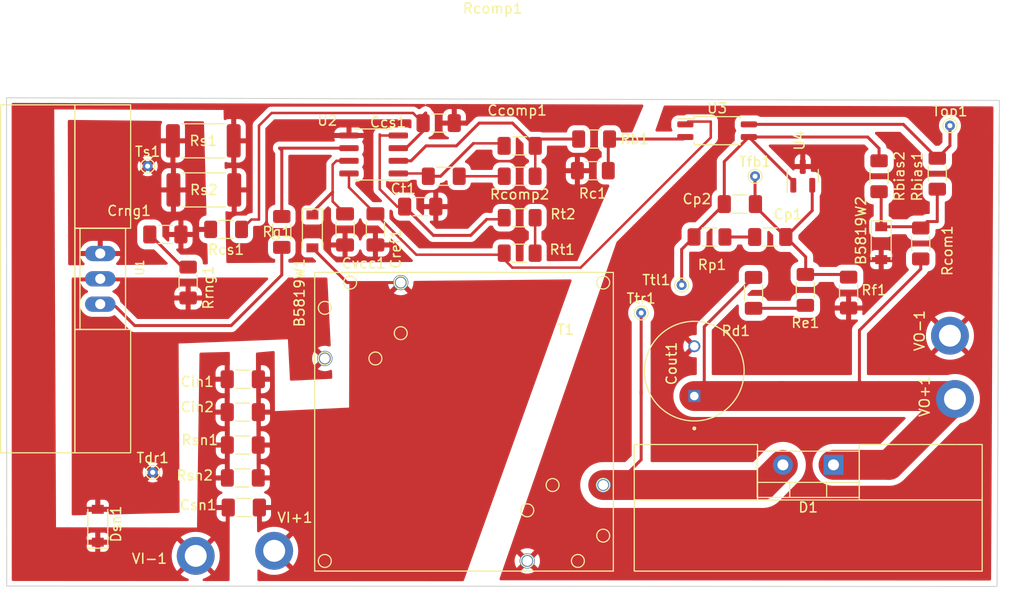
<source format=kicad_pcb>
(kicad_pcb (version 20211014) (generator pcbnew)
  (layers (0 "F.Cu" signal) (31 "B.Cu" signal) (34 "B.Paste" user) (35 "F.Paste" user) (36 "B.SilkS" user "B.Silkscreen") (37 "F.SilkS" user "F.Silkscreen") (38 "B.Mask" user) (39 "F.Mask" user) (44 "Edge.Cuts" user))
  (net 0 "")
  (net 1 "/CVCC")
  (net 2 "Vin")
  (net 3 "Net-(B5819W2-Pad1)")
  (net 4 "GND")
  (net 5 "Net-(Ccomp1-Pad1)")
  (net 6 "Net-(Ccomp1-Pad2)")
  (net 7 "Net-(Ccs1-Pad1)")
  (net 8 "Vout+")
  (net 9 "Vout-")
  (net 10 "Net-(Cp1-Pad1)")
  (net 11 "Net-(Cp1-Pad2)")
  (net 12 "Net-(Cp2-Pad2)")
  (net 13 "Net-(Cref1-Pad1)")
  (net 14 "Net-(Ct1-Pad1)")
  (net 15 "Net-(D1-Pad2)")
  (net 16 "Vdr")
  (net 17 "Net-(Rb1-Pad1)")
  (net 18 "Net-(Rbias1-Pad2)")
  (net 19 "Net-(Rcomp1-Pad1)")
  (net 20 "Vs")
  (net 21 "Net-(Rd1-Pad2)")
  (net 22 "Net-(Rg1-Pad1)")
  (net 23 "Net-(Rt1-Pad2)")
  (net 24 "Net-(Rg1-Pad2)")
  (net 25 "Net-(Rrng1-Pad2)")
  (footprint "MountingHole:MountingHole_2.2mm_M2_DIN965_Pad" (layer "F.Cu") (at 103.378 125.984)
    (fp_text reference "VI-1" (at -4.6482 0.2794) (layer "F.SilkS"))
    (fp_text value "MountingHole_Pad")
    (pad "1" thru_hole circle (at 0 0) (size 3.8 3.8) (drill 2.2) (layers *.Cu *.Mask) (net 4 "GND"))
  )
  (footprint "IRLZ34NPBF:TO-220_with_heatsink" (layer "F.Cu") (at 93.795 98.18 90)
    (fp_text reference "U1" (at 1.1176 3.9926 90) (layer "F.SilkS") (effects (font (size 0.787402 0.787402))))
    (fp_text value "IRLZ34NPBF")
    (fp_line (start -5.08 -2.032) (end -5.08 -2.54) (layer "F.SilkS") (width 0.127))
    (fp_line (start 5.08 -2.54) (end 5.08 -2.032) (layer "F.SilkS") (width 0.127))
    (fp_line (start -5.08 2.54) (end -5.08 -2.032) (layer "F.SilkS") (width 0.127))
    (fp_line (start -5.08 -2.54) (end 5.08 -2.54) (layer "F.SilkS") (width 0.127))
    (fp_line (start 5.08 -2.032) (end 5.08 2.54) (layer "F.SilkS") (width 0.127))
    (fp_line (start -5.08 -2.032) (end 5.08 -2.032) (layer "F.SilkS") (width 0.127))
    (fp_line (start 5.08 2.54) (end -5.08 2.54) (layer "F.SilkS") (width 0.127))
    (fp_rect (start -17.46 -2.54) (end 17.46 -10) (layer "F.SilkS") (width 0.12) (fill none))
    (fp_rect (start 5.08 -2.54) (end 17.46 3.05) (layer "F.SilkS") (width 0.12) (fill none))
    (fp_rect (start -17.46 -2.54) (end -5.08 3.05) (layer "F.SilkS") (width 0.12) (fill none))
    (pad "GND" thru_hole oval (at 0 0 90) (size 1.524 3.048) (drill 1.016) (layers *.Cu *.Mask) (net 16 "Vdr"))
    (pad "IN" thru_hole oval (at -2.54 0 90) (size 1.524 3.048) (drill 1.016) (layers *.Cu *.Mask) (net 24 "Net-(Rg1-Pad2)"))
    (pad "OUT" thru_hole oval (at 2.54 0 90) (size 1.524 3.048) (drill 1.016) (layers *.Cu *.Mask) (net 20 "Vs"))
  )
  (footprint "TestPoint:TestPoint_THTPad_D1.0mm_Drill0.5mm" (layer "F.Cu") (at 179.07 82.804)
    (fp_text reference "Top1" (at 0 -1.448) (layer "F.SilkS"))
    (fp_text value "TestPoint")
    (fp_circle (center 0 0) (end 0 0.7) (layer "F.SilkS") (width 0.12) (fill none))
    (pad "1" thru_hole circle (at 0 0) (size 1 1) (drill 0.5) (layers *.Cu *.Mask) (net 18 "Net-(Rbias1-Pad2)"))
  )
  (footprint "Resistor_SMD:R_1206_3216Metric_Pad1.30x1.75mm_HandSolder" (layer "F.Cu") (at 108.1024 118.1608 180)
    (fp_text reference "Rsn2" (at 4.826 0.254) (layer "F.SilkS"))
    (fp_text value "10k")
    (fp_line (start -0.727064 0.91) (end 0.727064 0.91) (layer "F.SilkS") (width 0.12))
    (fp_line (start -0.727064 -0.91) (end 0.727064 -0.91) (layer "F.SilkS") (width 0.12))
    (pad "1" smd roundrect (at -1.55 0 180) (size 1.3 1.75) (layers "F.Cu" "F.Paste" "F.Mask") (roundrect_rratio 0.192308) (net 2 "Vin"))
    (pad "2" smd roundrect (at 1.55 0 180) (size 1.3 1.75) (layers "F.Cu" "F.Paste" "F.Mask") (roundrect_rratio 0.192308) (net 4 "GND"))
  )
  (footprint "Resistor_SMD:R_1206_3216Metric_Pad1.30x1.75mm_HandSolder" (layer "F.Cu") (at 102.616 98.552 90)
    (fp_text reference "Rrng1" (at -0.508 2.032 270) (layer "F.SilkS"))
    (fp_text value "10")
    (fp_line (start -0.727064 -0.91) (end 0.727064 -0.91) (layer "F.SilkS") (width 0.12))
    (fp_line (start -0.727064 0.91) (end 0.727064 0.91) (layer "F.SilkS") (width 0.12))
    (pad "1" smd roundrect (at -1.55 0 90) (size 1.3 1.75) (layers "F.Cu" "F.Paste" "F.Mask") (roundrect_rratio 0.192308) (net 16 "Vdr"))
    (pad "2" smd roundrect (at 1.55 0 90) (size 1.3 1.75) (layers "F.Cu" "F.Paste" "F.Mask") (roundrect_rratio 0.192308) (net 25 "Net-(Rrng1-Pad2)"))
  )
  (footprint "MountingHole:MountingHole_2.2mm_M2_DIN965_Pad" (layer "F.Cu") (at 179.578 110.236)
    (fp_text reference "VO+1" (at -3.048 -0.254 90) (layer "F.SilkS"))
    (fp_text value "MountingHole_Pad")
    (pad "1" thru_hole circle (at 0 0) (size 3.8 3.8) (drill 2.2) (layers *.Cu *.Mask) (net 8 "Vout+"))
  )
  (footprint "Resistor_SMD:R_2512_6332Metric_Pad1.40x3.35mm_HandSolder" (layer "F.Cu") (at 104.14 84.328)
    (fp_text reference "Rs1" (at 0 0) (layer "F.SilkS"))
    (fp_text value "47m")
    (fp_line (start -2.177064 1.71) (end 2.177064 1.71) (layer "F.SilkS") (width 0.12))
    (fp_line (start -2.177064 -1.71) (end 2.177064 -1.71) (layer "F.SilkS") (width 0.12))
    (pad "1" smd roundrect (at -3.05 0) (size 1.4 3.35) (layers "F.Cu" "F.Paste" "F.Mask") (roundrect_rratio 0.178571) (net 20 "Vs"))
    (pad "2" smd roundrect (at 3.05 0) (size 1.4 3.35) (layers "F.Cu" "F.Paste" "F.Mask") (roundrect_rratio 0.178571) (net 4 "GND"))
  )
  (footprint "Resistor_SMD:R_1206_3216Metric_Pad1.30x1.75mm_HandSolder" (layer "F.Cu") (at 112.014 93.472 -90)
    (fp_text reference "Rg1" (at 0 0.508) (layer "F.SilkS"))
    (fp_text value "10")
    (fp_line (start -0.727064 0.91) (end 0.727064 0.91) (layer "F.SilkS") (width 0.12))
    (fp_line (start -0.727064 -0.91) (end 0.727064 -0.91) (layer "F.SilkS") (width 0.12))
    (pad "1" smd roundrect (at -1.55 0 270) (size 1.3 1.75) (layers "F.Cu" "F.Paste" "F.Mask") (roundrect_rratio 0.192308) (net 22 "Net-(Rg1-Pad1)"))
    (pad "2" smd roundrect (at 1.55 0 270) (size 1.3 1.75) (layers "F.Cu" "F.Paste" "F.Mask") (roundrect_rratio 0.192308) (net 24 "Net-(Rg1-Pad2)"))
  )
  (footprint "Capacitor_SMD:C_1206_3216Metric_Pad1.33x1.80mm_HandSolder" (layer "F.Cu") (at 127.762 82.55)
    (fp_text reference "Ccs1" (at -5.08 -0.072) (layer "F.SilkS"))
    (fp_text value "470p")
    (fp_line (start -0.711252 0.91) (end 0.711252 0.91) (layer "F.SilkS") (width 0.12))
    (fp_line (start -0.711252 -0.91) (end 0.711252 -0.91) (layer "F.SilkS") (width 0.12))
    (pad "1" smd roundrect (at -1.5625 0) (size 1.325 1.8) (layers "F.Cu" "F.Paste" "F.Mask") (roundrect_rratio 0.188679) (net 7 "Net-(Ccs1-Pad1)"))
    (pad "2" smd roundrect (at 1.5625 0) (size 1.325 1.8) (layers "F.Cu" "F.Paste" "F.Mask") (roundrect_rratio 0.188679) (net 4 "GND"))
  )
  (footprint "Resistor_SMD:R_1206_3216Metric_Pad1.30x1.75mm_HandSolder" (layer "F.Cu") (at 108.1024 114.8588 180)
    (fp_text reference "Rsn1" (at 4.318 0.508) (layer "F.SilkS"))
    (fp_text value "10k")
    (fp_line (start -0.727064 0.91) (end 0.727064 0.91) (layer "F.SilkS") (width 0.12))
    (fp_line (start -0.727064 -0.91) (end 0.727064 -0.91) (layer "F.SilkS") (width 0.12))
    (pad "1" smd roundrect (at -1.55 0 180) (size 1.3 1.75) (layers "F.Cu" "F.Paste" "F.Mask") (roundrect_rratio 0.192308) (net 2 "Vin"))
    (pad "2" smd roundrect (at 1.55 0 180) (size 1.3 1.75) (layers "F.Cu" "F.Paste" "F.Mask") (roundrect_rratio 0.192308) (net 4 "GND"))
  )
  (footprint "Resistor_SMD:R_1206_3216Metric_Pad1.30x1.75mm_HandSolder" (layer "F.Cu") (at 135.89 87.884 180)
    (fp_text reference "Rcomp2" (at 0 -1.82) (layer "F.SilkS"))
    (fp_text value "2.2k")
    (fp_line (start -0.727064 -0.91) (end 0.727064 -0.91) (layer "F.SilkS") (width 0.12))
    (fp_line (start -0.727064 0.91) (end 0.727064 0.91) (layer "F.SilkS") (width 0.12))
    (pad "1" smd roundrect (at -1.55 0 180) (size 1.3 1.75) (layers "F.Cu" "F.Paste" "F.Mask") (roundrect_rratio 0.192308) (net 5 "Net-(Ccomp1-Pad1)"))
    (pad "2" smd roundrect (at 1.55 0 180) (size 1.3 1.75) (layers "F.Cu" "F.Paste" "F.Mask") (roundrect_rratio 0.192308) (net 19 "Net-(Rcomp1-Pad1)"))
  )
  (footprint "Package_SO:SOIC-8_3.9x4.9mm_P1.27mm" (layer "F.Cu") (at 121.2342 85.6996 180)
    (fp_text reference "U2" (at 4.6482 3.4036) (layer "F.SilkS"))
    (fp_text value "UC3843_SOIC8")
    (fp_line (start 0 2.56) (end 1.95 2.56) (layer "F.SilkS") (width 0.12))
    (fp_line (start 0 -2.56) (end 1.95 -2.56) (layer "F.SilkS") (width 0.12))
    (fp_line (start 0 -2.56) (end -3.45 -2.56) (layer "F.SilkS") (width 0.12))
    (fp_line (start 0 2.56) (end -1.95 2.56) (layer "F.SilkS") (width 0.12))
    (pad "1" smd roundrect (at -2.475 -1.905 180) (size 1.95 0.6) (layers "F.Cu" "F.Paste" "F.Mask") (net 6 "Net-(Ccomp1-Pad2)"))
    (pad "2" smd roundrect (at -2.475 -0.635 180) (size 1.95 0.6) (layers "F.Cu" "F.Paste" "F.Mask") (net 5 "Net-(Ccomp1-Pad1)"))
    (pad "3" smd roundrect (at -2.475 0.635 180) (size 1.95 0.6) (layers "F.Cu" "F.Paste" "F.Mask") (net 7 "Net-(Ccs1-Pad1)"))
    (pad "4" smd roundrect (at -2.475 1.905 180) (size 1.95 0.6) (layers "F.Cu" "F.Paste" "F.Mask") (net 14 "Net-(Ct1-Pad1)"))
    (pad "5" smd roundrect (at 2.475 1.905 180) (size 1.95 0.6) (layers "F.Cu" "F.Paste" "F.Mask") (net 4 "GND"))
    (pad "6" smd roundrect (at 2.475 0.635 180) (size 1.95 0.6) (layers "F.Cu" "F.Paste" "F.Mask") (net 22 "Net-(Rg1-Pad1)"))
    (pad "7" smd roundrect (at 2.475 -0.635 180) (size 1.95 0.6) (layers "F.Cu" "F.Paste" "F.Mask") (net 1 "/CVCC"))
    (pad "8" smd roundrect (at 2.475 -1.905 180) (size 1.95 0.6) (layers "F.Cu" "F.Paste" "F.Mask") (net 13 "Net-(Cref1-Pad1)"))
  )
  (footprint "IRLZ34NPBF:TO-220-2_Vertical" (layer "F.Cu") (at 164.846 116.8155 180)
    (fp_text reference "D1" (at 0 -4.302) (layer "F.SilkS"))
    (fp_text value "BYV79-200")
    (fp_line (start -5.12 -1.792) (end 5.12 -1.792) (layer "F.SilkS") (width 0.12))
    (fp_line (start -5.12 -3.302) (end 5.12 -3.302) (layer "F.SilkS") (width 0.12))
    (fp_line (start -1.85 -3.302) (end -1.85 -1.792) (layer "F.SilkS") (width 0.12))
    (fp_line (start 5.12 -3.302) (end 5.12 1.339) (layer "F.SilkS") (width 0.12))
    (fp_line (start -5.12 1.339) (end 5.12 1.339) (layer "F.SilkS") (width 0.12))
    (fp_line (start 1.851 -3.302) (end 1.851 -1.792) (layer "F.SilkS") (width 0.12))
    (fp_line (start -5.12 -3.302) (end -5.12 1.339) (layer "F.SilkS") (width 0.12))
    (fp_rect (start -17.46 -10.695) (end 17.46 -3.556) (layer "F.SilkS") (width 0.12) (fill none))
    (fp_rect (start 17.46 -3.556) (end 5.08 2.01) (layer "F.SilkS") (width 0.12) (fill none))
    (fp_rect (start -17.46 -3.556) (end -5.12 2.01) (layer "F.SilkS") (width 0.12) (fill none))
    (pad "1" thru_hole rect (at -2.54 -0.032 180) (size 2 2) (drill 1.1) (layers *.Cu *.Mask) (net 8 "Vout+"))
    (pad "2" thru_hole oval (at 2.54 -0.032 180) (size 2 2) (drill 1.1) (layers *.Cu *.Mask) (net 15 "Net-(D1-Pad2)"))
  )
  (footprint "Package_SO:SOP-4_4.4x2.6mm_P1.27mm" (layer "F.Cu") (at 155.702 83.312)
    (fp_text reference "U3" (at 0 -2.25) (layer "F.SilkS"))
    (fp_text value "TCMT1107")
    (fp_line (start 2.31 -1.41) (end 2.31 -1.195) (layer "F.SilkS") (width 0.12))
    (fp_line (start 0 -1.41) (end -2.31 -1.41) (layer "F.SilkS") (width 0.12))
    (fp_line (start 2.31 1.41) (end 2.31 1.195) (layer "F.SilkS") (width 0.12))
    (fp_line (start -2.31 1.41) (end -2.31 1.195) (layer "F.SilkS") (width 0.12))
    (fp_line (start 0 -1.41) (end 2.31 -1.41) (layer "F.SilkS") (width 0.12))
    (fp_line (start -2.31 -1.41) (end -2.31 -1.195) (layer "F.SilkS") (width 0.12))
    (fp_line (start -2.31 -1.195) (end -4 -1.195) (layer "F.SilkS") (width 0.12))
    (fp_line (start 0 1.41) (end -2.31 1.41) (layer "F.SilkS") (width 0.12))
    (fp_line (start 0 1.41) (end 2.31 1.41) (layer "F.SilkS") (width 0.12))
    (pad "1" smd roundrect (at -3.1875 -0.635) (size 1.625 0.6) (layers "F.Cu" "F.Paste" "F.Mask") (net 13 "Net-(Cref1-Pad1)"))
    (pad "2" smd roundrect (at -3.1875 0.635) (size 1.625 0.6) (layers "F.Cu" "F.Paste" "F.Mask") (net 17 "Net-(Rb1-Pad1)"))
    (pad "3" smd roundrect (at 3.1875 0.635) (size 1.625 0.6) (layers "F.Cu" "F.Paste" "F.Mask") (net 12 "Net-(Cp2-Pad2)"))
    (pad "4" smd roundrect (at 3.1875 -0.635) (size 1.625 0.6) (layers "F.Cu" "F.Paste" "F.Mask") (net 18 "Net-(Rbias1-Pad2)"))
  )
  (footprint "Capacitor_SMD:C_1206_3216Metric_Pad1.33x1.80mm_HandSolder" (layer "F.Cu") (at 121.412 93.218 -90)
    (fp_text reference "Cref1" (at 1.9558 -2.032 -270) (layer "F.SilkS"))
    (fp_text value "1u")
    (fp_line (start -0.711252 0.91) (end 0.711252 0.91) (layer "F.SilkS") (width 0.12))
    (fp_line (start -0.711252 -0.91) (end 0.711252 -0.91) (layer "F.SilkS") (width 0.12))
    (pad "1" smd roundrect (at -1.5625 0 270) (size 1.325 1.8) (layers "F.Cu" "F.Paste" "F.Mask") (roundrect_rratio 0.188679) (net 13 "Net-(Cref1-Pad1)"))
    (pad "2" smd roundrect (at 1.5625 0 270) (size 1.325 1.8) (layers "F.Cu" "F.Paste" "F.Mask") (roundrect_rratio 0.188679) (net 4 "GND"))
  )
  (footprint "100SXE18M:CAPPRD500W60D1000H1300" (layer "F.Cu") (at 153.416 107.442 90)
    (fp_text reference "Cout1" (at 0.762 -2.286 90) (layer "F.SilkS"))
    (fp_text value "100SXE18M")
    (fp_circle (center -5.75 0) (end -5.65 0) (layer "F.SilkS") (width 0.2) (fill none))
    (fp_circle (center 0 0) (end 5 0) (layer "F.SilkS") (width 0.127) (fill none))
    (pad "1" thru_hole rect locked (at -2.5 0 90) (size 1.2 1.2) (drill 0.85) (layers *.Cu *.Mask) (net 8 "Vout+"))
    (pad "2" thru_hole circle locked (at 2.5 0 90) (size 1.2 1.2) (drill 0.85) (layers *.Cu *.Mask) (net 9 "Vout-"))
  )
  (footprint "Capacitor_SMD:C_1206_3216Metric_Pad1.33x1.80mm_HandSolder" (layer "F.Cu") (at 100.33 93.726)
    (fp_text reference "Crng1" (at -3.642 -2.372) (layer "F.SilkS"))
    (fp_text value "470p")
    (fp_line (start -0.711252 0.91) (end 0.711252 0.91) (layer "F.SilkS") (width 0.12))
    (fp_line (start -0.711252 -0.91) (end 0.711252 -0.91) (layer "F.SilkS") (width 0.12))
    (pad "1" smd roundrect (at -1.5625 0) (size 1.325 1.8) (layers "F.Cu" "F.Paste" "F.Mask") (roundrect_rratio 0.188679) (net 25 "Net-(Rrng1-Pad2)"))
    (pad "2" smd roundrect (at 1.5625 0) (size 1.325 1.8) (layers "F.Cu" "F.Paste" "F.Mask") (roundrect_rratio 0.188679) (net 20 "Vs"))
  )
  (footprint "Capacitor_SMD:C_1206_3216Metric_Pad1.33x1.80mm_HandSolder" (layer "F.Cu") (at 157.988 90.678 180)
    (fp_text reference "Cp2" (at 4.318 0.508) (layer "F.SilkS"))
    (fp_text value "220p")
    (fp_line (start -0.711252 -0.91) (end 0.711252 -0.91) (layer "F.SilkS") (width 0.12))
    (fp_line (start -0.711252 0.91) (end 0.711252 0.91) (layer "F.SilkS") (width 0.12))
    (pad "1" smd roundrect (at -1.5625 0 180) (size 1.325 1.8) (layers "F.Cu" "F.Paste" "F.Mask") (roundrect_rratio 0.188679) (net 10 "Net-(Cp1-Pad1)"))
    (pad "2" smd roundrect (at 1.5625 0 180) (size 1.325 1.8) (layers "F.Cu" "F.Paste" "F.Mask") (roundrect_rratio 0.188679) (net 12 "Net-(Cp2-Pad2)"))
  )
  (footprint "Capacitor_SMD:C_1206_3216Metric_Pad1.33x1.80mm_HandSolder" (layer "F.Cu") (at 125.9078 90.932)
    (fp_text reference "Ct1" (at -1.7018 -1.778) (layer "F.SilkS"))
    (fp_text value "1n")
    (fp_line (start -0.711252 0.91) (end 0.711252 0.91) (layer "F.SilkS") (width 0.12))
    (fp_line (start -0.711252 -0.91) (end 0.711252 -0.91) (layer "F.SilkS") (width 0.12))
    (pad "1" smd roundrect (at -1.5625 0) (size 1.325 1.8) (layers "F.Cu" "F.Paste" "F.Mask") (roundrect_rratio 0.188679) (net 14 "Net-(Ct1-Pad1)"))
    (pad "2" smd roundrect (at 1.5625 0) (size 1.325 1.8) (layers "F.Cu" "F.Paste" "F.Mask") (roundrect_rratio 0.188679) (net 4 "GND"))
  )
  (footprint "Resistor_SMD:R_1206_3216Metric_Pad1.30x1.75mm_HandSolder" (layer "F.Cu") (at 164.56 99.29 90)
    (fp_text reference "Re1" (at -3.302 0 180) (layer "F.SilkS"))
    (fp_text value "10k")
    (fp_line (start -0.727064 -0.91) (end 0.727064 -0.91) (layer "F.SilkS") (width 0.12))
    (fp_line (start -0.727064 0.91) (end 0.727064 0.91) (layer "F.SilkS") (width 0.12))
    (pad "1" smd roundrect (at -1.55 0 90) (size 1.3 1.75) (layers "F.Cu" "F.Paste" "F.Mask") (roundrect_rratio 0.192308) (net 21 "Net-(Rd1-Pad2)"))
    (pad "2" smd roundrect (at 1.55 0 90) (size 1.3 1.75) (layers "F.Cu" "F.Paste" "F.Mask") (roundrect_rratio 0.192308) (net 10 "Net-(Cp1-Pad1)"))
  )
  (footprint "Resistor_SMD:R_1206_3216Metric_Pad1.30x1.75mm_HandSolder" (layer "F.Cu") (at 168.9 99.56 -90)
    (fp_text reference "Rf1" (at -0.246 -2.55) (layer "F.SilkS"))
    (fp_text value "4.7k")
    (fp_line (start -0.727064 -0.91) (end 0.727064 -0.91) (layer "F.SilkS") (width 0.12))
    (fp_line (start -0.727064 0.91) (end 0.727064 0.91) (layer "F.SilkS") (width 0.12))
    (pad "1" smd roundrect (at -1.55 0 270) (size 1.3 1.75) (layers "F.Cu" "F.Paste" "F.Mask") (roundrect_rratio 0.192308) (net 10 "Net-(Cp1-Pad1)"))
    (pad "2" smd roundrect (at 1.55 0 270) (size 1.3 1.75) (layers "F.Cu" "F.Paste" "F.Mask") (roundrect_rratio 0.192308) (net 9 "Vout-"))
  )
  (footprint "Resistor_SMD:R_1206_3216Metric_Pad1.30x1.75mm_HandSolder" (layer "F.Cu") (at 135.89 95.6056)
    (fp_text reference "Rt1" (at 4.2672 -0.3556) (layer "F.SilkS"))
    (fp_text value "33k")
    (fp_line (start -0.727064 -0.91) (end 0.727064 -0.91) (layer "F.SilkS") (width 0.12))
    (fp_line (start -0.727064 0.91) (end 0.727064 0.91) (layer "F.SilkS") (width 0.12))
    (pad "1" smd roundrect (at -1.55 0) (size 1.3 1.75) (layers "F.Cu" "F.Paste" "F.Mask") (roundrect_rratio 0.192308) (net 13 "Net-(Cref1-Pad1)"))
    (pad "2" smd roundrect (at 1.55 0) (size 1.3 1.75) (layers "F.Cu" "F.Paste" "F.Mask") (roundrect_rratio 0.192308) (net 23 "Net-(Rt1-Pad2)"))
  )
  (footprint "Diode_SMD:D_SOD-123" (layer "F.Cu") (at 93.5482 122.9614 90)
    (fp_text reference "Dsn1" (at 0.1778 1.8288 90) (layer "F.SilkS"))
    (fp_text value "D")
    (fp_line (start -2.25 -1) (end 1.65 -1) (layer "F.SilkS") (width 0.12))
    (fp_line (start -2.25 1) (end 1.65 1) (layer "F.SilkS") (width 0.12))
    (fp_line (start -2.25 -1) (end -2.25 1) (layer "F.SilkS") (width 0.12))
    (pad "1" smd rect (at -1.65 0 90) (size 0.9 1.2) (layers "F.Cu" "F.Paste" "F.Mask") (net 4 "GND"))
    (pad "2" smd rect (at 1.65 0 90) (size 0.9 1.2) (layers "F.Cu" "F.Paste" "F.Mask") (net 16 "Vdr"))
  )
  (footprint "Diode_SMD:D_SOD-123" (layer "F.Cu") (at 115.0874 93.4212 -90)
    (fp_text reference "B5819W1" (at 6.1468 1.2954 -90) (layer "F.SilkS"))
    (fp_text value "D_Schottky")
    (fp_line (start -2.25 -1) (end -2.25 1) (layer "F.SilkS") (width 0.12))
    (fp_line (start -2.25 -1) (end 1.65 -1) (layer "F.SilkS") (width 0.12))
    (fp_line (start -2.25 1) (end 1.65 1) (layer "F.SilkS") (width 0.12))
    (pad "1" smd rect (at -1.65 0 270) (size 0.9 1.2) (layers "F.Cu" "F.Paste" "F.Mask") (net 1 "/CVCC"))
    (pad "2" smd rect (at 1.65 0 270) (size 0.9 1.2) (layers "F.Cu" "F.Paste" "F.Mask") (net 2 "Vin"))
  )
  (footprint "Capacitor_SMD:C_1206_3216Metric_Pad1.33x1.80mm_HandSolder" (layer "F.Cu") (at 161.036 93.98 180)
    (fp_text reference "Cp1" (at -1.778 2.286) (layer "F.SilkS"))
    (fp_text value "2.2n")
    (fp_line (start -0.711252 0.91) (end 0.711252 0.91) (layer "F.SilkS") (width 0.12))
    (fp_line (start -0.711252 -0.91) (end 0.711252 -0.91) (layer "F.SilkS") (width 0.12))
    (pad "1" smd roundrect (at -1.5625 0 180) (size 1.325 1.8) (layers "F.Cu" "F.Paste" "F.Mask") (roundrect_rratio 0.188679) (net 10 "Net-(Cp1-Pad1)"))
    (pad "2" smd roundrect (at 1.5625 0 180) (size 1.325 1.8) (layers "F.Cu" "F.Paste" "F.Mask") (roundrect_rratio 0.188679) (net 11 "Net-(Cp1-Pad2)"))
  )
  (footprint "Resistor_SMD:R_1206_3216Metric_Pad1.30x1.75mm_HandSolder" (layer "F.Cu") (at 128.27 87.884 180)
    (fp_text reference "Rcomp1" (at -4.9022 16.8402) (layer "F.SilkS"))
    (fp_text value "2.2k")
    (fp_line (start -0.727064 -0.91) (end 0.727064 -0.91) (layer "F.SilkS") (width 0.12))
    (fp_line (start -0.727064 0.91) (end 0.727064 0.91) (layer "F.SilkS") (width 0.12))
    (pad "1" smd roundrect (at -1.55 0 180) (size 1.3 1.75) (layers "F.Cu" "F.Paste" "F.Mask") (roundrect_rratio 0.192308) (net 19 "Net-(Rcomp1-Pad1)"))
    (pad "2" smd roundrect (at 1.55 0 180) (size 1.3 1.75) (layers "F.Cu" "F.Paste" "F.Mask") (roundrect_rratio 0.192308) (net 6 "Net-(Ccomp1-Pad2)"))
  )
  (footprint "Capacitor_SMD:C_1206_3216Metric_Pad1.33x1.80mm_HandSolder" (layer "F.Cu") (at 108.204 121.1326 180)
    (fp_text reference "Csn1" (at 4.572 0.254) (layer "F.SilkS"))
    (fp_text value "1n")
    (fp_line (start -0.711252 0.91) (end 0.711252 0.91) (layer "F.SilkS") (width 0.12))
    (fp_line (start -0.711252 -0.91) (end 0.711252 -0.91) (layer "F.SilkS") (width 0.12))
    (pad "1" smd roundrect (at -1.5625 0 180) (size 1.325 1.8) (layers "F.Cu" "F.Paste" "F.Mask") (roundrect_rratio 0.188679) (net 2 "Vin"))
    (pad "2" smd roundrect (at 1.5625 0 180) (size 1.325 1.8) (layers "F.Cu" "F.Paste" "F.Mask") (roundrect_rratio 0.188679) (net 4 "GND"))
  )
  (footprint "flyback_48V_48W:RM12_B65816" (layer "F.Cu") (at 144.272 98.552)
    (fp_text reference "T1" (at -3.7846 4.7244 unlocked) (layer "F.SilkS"))
    (fp_text value "Transformer_1P_1S")
    (fp_line (start -28.956 28.956) (end -28.956 -1.016) (layer "F.SilkS") (width 0.12))
    (fp_line (start -28.956 28.956) (end 1.016 28.956) (layer "F.SilkS") (width 0.12))
    (fp_line (start -28.956 -1.016) (end 1.016 -1.016) (layer "F.SilkS") (width 0.12))
    (fp_line (start 1.016 28.956) (end 1.016 -1.016) (layer "F.SilkS") (width 0.12))
    (fp_circle (center -27.94 7.62) (end -27.29 7.62) (layer "F.SilkS") (width 0.12) (fill none))
    (fp_circle (center -7.62 22.86) (end -6.97 22.86) (layer "F.SilkS") (width 0.12) (fill none))
    (fp_circle (center 0 20.32) (end 0.65 20.32) (layer "F.SilkS") (width 0.12) (fill none))
    (fp_circle (center -27.94 2.54) (end -27.29 2.54) (layer "F.SilkS") (width 0.12) (fill none))
    (fp_circle (center -25.4 0) (end -24.75 0) (layer "F.SilkS") (width 0.12) (fill none))
    (fp_circle (center -5.08 20.32) (end -4.43 20.32) (layer "F.SilkS") (width 0.12) (fill none))
    (fp_circle (center -20.32 5.08) (end -19.67 5.08) (layer "F.SilkS") (width 0.12) (fill none))
    (fp_circle (center -2.54 27.94) (end -1.89 27.94) (layer "F.SilkS") (width 0.12) (fill none))
    (fp_circle (center -27.94 27.94) (end -27.29 27.94) (layer "F.SilkS") (width 0.12) (fill none))
    (fp_circle (center -20.32 0) (end -19.67 0) (layer "F.SilkS") (width 0.12) (fill none))
    (fp_circle (center 0 25.4) (end 0.65 25.4) (layer "F.SilkS") (width 0.12) (fill none))
    (fp_circle (center -22.86 7.62) (end -22.21 7.62) (layer "F.SilkS") (width 0.12) (fill none))
    (fp_circle (center 0 0) (end 0.65 0) (layer "F.SilkS") (width 0.12) (fill none))
    (fp_circle (center -7.62 27.94) (end -6.97 27.94) (layer "F.SilkS") (width 0.12) (fill none))
    (pad "1" thru_hole circle (at -20.32 0) (size 1.524 1.524) (drill 1) (layers *.Cu *.Mask) (net 2 "Vin"))
    (pad "2" thru_hole circle (at -27.94 7.62) (size 1.524 1.524) (drill 1) (layers *.Cu *.Mask) (net 16 "Vdr"))
    (pad "3" thru_hole circle (at -7.62 27.94) (size 1.524 1.524) (drill 1) (layers *.Cu *.Mask) (net 9 "Vout-"))
    (pad "4" thru_hole circle (at 0 20.32) (size 1.524 1.524) (drill 1) (layers *.Cu *.Mask) (net 15 "Net-(D1-Pad2)"))
  )
  (footprint "Capacitor_SMD:C_1206_3216Metric_Pad1.33x1.80mm_HandSolder" (layer "F.Cu") (at 108.1024 111.5568 180)
    (fp_text reference "Cin2" (at 4.572 0.508) (layer "F.SilkS"))
    (fp_text value "1u")
    (fp_line (start -0.711252 -0.91) (end 0.711252 -0.91) (layer "F.SilkS") (width 0.12))
    (fp_line (start -0.711252 0.91) (end 0.711252 0.91) (layer "F.SilkS") (width 0.12))
    (pad "1" smd roundrect (at -1.5625 0 180) (size 1.325 1.8) (layers "F.Cu" "F.Paste" "F.Mask") (roundrect_rratio 0.188679) (net 2 "Vin"))
    (pad "2" smd roundrect (at 1.5625 0 180) (size 1.325 1.8) (layers "F.Cu" "F.Paste" "F.Mask") (roundrect_rratio 0.188679) (net 4 "GND"))
  )
  (footprint "Resistor_SMD:R_1206_3216Metric_Pad1.30x1.75mm_HandSolder" (layer "F.Cu") (at 171.958 87.884 90)
    (fp_text reference "Rbias2" (at 0 2.032 270) (layer "F.SilkS"))
    (fp_text value "3.9k")
    (fp_line (start -0.727064 0.91) (end 0.727064 0.91) (layer "F.SilkS") (width 0.12))
    (fp_line (start -0.727064 -0.91) (end 0.727064 -0.91) (layer "F.SilkS") (width 0.12))
    (pad "1" smd roundrect (at -1.55 0 90) (size 1.3 1.75) (layers "F.Cu" "F.Paste" "F.Mask") (roundrect_rratio 0.192308) (net 3 "Net-(B5819W2-Pad1)"))
    (pad "2" smd roundrect (at 1.55 0 90) (size 1.3 1.75) (layers "F.Cu" "F.Paste" "F.Mask") (roundrect_rratio 0.192308) (net 12 "Net-(Cp2-Pad2)"))
  )
  (footprint "Resistor_SMD:R_1206_3216Metric_Pad1.30x1.75mm_HandSolder" (layer "F.Cu") (at 135.89 92.0496 180)
    (fp_text reference "Rt2" (at -4.3434 0.3556) (layer "F.SilkS"))
    (fp_text value "1.5k")
    (fp_line (start -0.727064 0.91) (end 0.727064 0.91) (layer "F.SilkS") (width 0.12))
    (fp_line (start -0.727064 -0.91) (end 0.727064 -0.91) (layer "F.SilkS") (width 0.12))
    (pad "1" smd roundrect (at -1.55 0 180) (size 1.3 1.75) (layers "F.Cu" "F.Paste" "F.Mask") (roundrect_rratio 0.192308) (net 23 "Net-(Rt1-Pad2)"))
    (pad "2" smd roundrect (at 1.55 0 180) (size 1.3 1.75) (layers "F.Cu" "F.Paste" "F.Mask") (roundrect_rratio 0.192308) (net 14 "Net-(Ct1-Pad1)"))
  )
  (footprint "Package_TO_SOT_SMD:SOT-23" (layer "F.Cu") (at 164.3 87.85 90)
    (fp_text reference "U4" (at 3.556 -0.3325 90) (layer "F.SilkS"))
    (fp_text value "TL431DBZ")
    (fp_line (start 0 1.56) (end 0.65 1.56) (layer "F.SilkS") (width 0.12))
    (fp_line (start 0 -1.56) (end -1.675 -1.56) (layer "F.SilkS") (width 0.12))
    (fp_line (start 0 1.56) (end -0.65 1.56) (layer "F.SilkS") (width 0.12))
    (fp_line (start 0 -1.56) (end 0.65 -1.56) (layer "F.SilkS") (width 0.12))
    (pad "1" smd roundrect (at -0.9375 -0.95 90) (size 1.475 0.6) (layers "F.Cu" "F.Paste" "F.Mask") (net 12 "Net-(Cp2-Pad2)"))
    (pad "2" smd roundrect (at -0.9375 0.95 90) (size 1.475 0.6) (layers "F.Cu" "F.Paste" "F.Mask") (net 10 "Net-(Cp1-Pad1)"))
    (pad "3" smd roundrect (at 0.9375 0 90) (size 1.475 0.6) (layers "F.Cu" "F.Paste" "F.Mask") (net 9 "Vout-"))
  )
  (footprint "Resistor_SMD:R_1206_3216Metric_Pad1.30x1.75mm_HandSolder" (layer "F.Cu") (at 143.2306 87.3252 180)
    (fp_text reference "Rc1" (at 0 -2.286) (layer "F.SilkS"))
    (fp_text value "1k")
    (fp_line (start -0.727064 -0.91) (end 0.727064 -0.91) (layer "F.SilkS") (width 0.12))
    (fp_line (start -0.727064 0.91) (end 0.727064 0.91) (layer "F.SilkS") (width 0.12))
    (pad "1" smd roundrect (at -1.55 0 180) (size 1.3 1.75) (layers "F.Cu" "F.Paste" "F.Mask") (roundrect_rratio 0.192308) (net 17 "Net-(Rb1-Pad1)"))
    (pad "2" smd roundrect (at 1.55 0 180) (size 1.3 1.75) (layers "F.Cu" "F.Paste" "F.Mask") (roundrect_rratio 0.192308) (net 4 "GND"))
  )
  (footprint "Resistor_SMD:R_1206_3216Metric_Pad1.30x1.75mm_HandSolder" (layer "F.Cu") (at 177.8 87.63 90)
    (fp_text reference "Rbias1" (at -0.254 -2.032 270) (layer "F.SilkS"))
    (fp_text value "3.9k")
    (fp_line (start -0.727064 -0.91) (end 0.727064 -0.91) (layer "F.SilkS") (width 0.12))
    (fp_line (start -0.727064 0.91) (end 0.727064 0.91) (layer "F.SilkS") (width 0.12))
    (pad "1" smd roundrect (at -1.55 0 90) (size 1.3 1.75) (layers "F.Cu" "F.Paste" "F.Mask") (roundrect_rratio 0.192308) (net 3 "Net-(B5819W2-Pad1)"))
    (pad "2" smd roundrect (at 1.55 0 90) (size 1.3 1.75) (layers "F.Cu" "F.Paste" "F.Mask") (roundrect_rratio 0.192308) (net 18 "Net-(Rbias1-Pad2)"))
  )
  (footprint "TestPoint:TestPoint_THTPad_D1.0mm_Drill0.5mm" (layer "F.Cu") (at 159.512 87.884)
    (fp_text reference "Tfb1" (at 0 -1.448) (layer "F.SilkS"))
    (fp_text value "TestPoint")
    (fp_circle (center 0 0) (end 0 0.7) (layer "F.SilkS") (width 0.12) (fill none))
    (pad "1" thru_hole circle (at 0 0) (size 1 1) (drill 0.5) (layers *.Cu *.Mask) (net 10 "Net-(Cp1-Pad1)"))
  )
  (footprint "Resistor_SMD:R_1206_3216Metric_Pad1.30x1.75mm_HandSolder" (layer "F.Cu") (at 143.3576 84.1502 180)
    (fp_text reference "Rb1" (at -4.064 0) (layer "F.SilkS"))
    (fp_text value "2.2k")
    (fp_line (start -0.727064 -0.91) (end 0.727064 -0.91) (layer "F.SilkS") (width 0.12))
    (fp_line (start -0.727064 0.91) (end 0.727064 0.91) (layer "F.SilkS") (width 0.12))
    (pad "1" smd roundrect (at -1.55 0 180) (size 1.3 1.75) (layers "F.Cu" "F.Paste" "F.Mask") (roundrect_rratio 0.192308) (net 17 "Net-(Rb1-Pad1)"))
    (pad "2" smd roundrect (at 1.55 0 180) (size 1.3 1.75) (layers "F.Cu" "F.Paste" "F.Mask") (roundrect_rratio 0.192308) (net 5 "Net-(Ccomp1-Pad1)"))
  )
  (footprint "Diode_SMD:D_SOD-123" (layer "F.Cu") (at 172.17 94.6 -90)
    (fp_text reference "B5819W2" (at -1.27 2.032 90) (layer "F.SilkS"))
    (fp_text value "D_Schottky")
    (fp_line (start -2.25 1) (end 1.65 1) (layer "F.SilkS") (width 0.12))
    (fp_line (start -2.25 -1) (end -2.25 1) (layer "F.SilkS") (width 0.12))
    (fp_line (start -2.25 -1) (end 1.65 -1) (layer "F.SilkS") (width 0.12))
    (pad "1" smd rect (at -1.65 0 270) (size 0.9 1.2) (layers "F.Cu" "F.Paste" "F.Mask") (net 3 "Net-(B5819W2-Pad1)"))
    (pad "2" smd rect (at 1.65 0 270) (size 0.9 1.2) (layers "F.Cu" "F.Paste" "F.Mask") (net 9 "Vout-"))
  )
  (footprint "MountingHole:MountingHole_2.2mm_M2_DIN965_Pad" (layer "F.Cu") (at 179.07 103.886)
    (fp_text reference "VO-1" (at -3.048 -0.508 90) (layer "F.SilkS"))
    (fp_text value "MountingHole_Pad")
    (pad "1" thru_hole circle (at 0 0) (size 3.8 3.8) (drill 2.2) (layers *.Cu *.Mask) (net 9 "Vout-"))
  )
  (footprint "TestPoint:TestPoint_THTPad_D1.0mm_Drill0.5mm" (layer "F.Cu") (at 98.552 86.868)
    (fp_text reference "Ts1" (at 0 -1.448) (layer "F.SilkS"))
    (fp_text value "TestPoint")
    (fp_circle (center 0 0) (end 0 0.7) (layer "F.SilkS") (width 0.12) (fill none))
    (pad "1" thru_hole circle (at 0 0) (size 1 1) (drill 0.5) (layers *.Cu *.Mask) (net 20 "Vs"))
  )
  (footprint "Capacitor_SMD:C_1206_3216Metric_Pad1.33x1.80mm_HandSolder" (layer "F.Cu") (at 135.89 84.836 180)
    (fp_text reference "Ccomp1" (at 0.254 3.556) (layer "F.SilkS"))
    (fp_text value "2.2n")
    (fp_line (start -0.711252 0.91) (end 0.711252 0.91) (layer "F.SilkS") (width 0.12))
    (fp_line (start -0.711252 -0.91) (end 0.711252 -0.91) (layer "F.SilkS") (width 0.12))
    (pad "1" smd roundrect (at -1.5625 0 180) (size 1.325 1.8) (layers "F.Cu" "F.Paste" "F.Mask") (roundrect_rratio 0.188679) (net 5 "Net-(Ccomp1-Pad1)"))
    (pad "2" smd roundrect (at 1.5625 0 180) (size 1.325 1.8) (layers "F.Cu" "F.Paste" "F.Mask") (roundrect_rratio 0.188679) (net 6 "Net-(Ccomp1-Pad2)"))
  )
  (footprint "Resistor_SMD:R_2512_6332Metric_Pad1.40x3.35mm_HandSolder" (layer "F.Cu") (at 104.1908 89.2556)
    (fp_text reference "Rs2" (at 0 0) (layer "F.SilkS"))
    (fp_text value "330m")
    (fp_line (start -2.177064 1.71) (end 2.177064 1.71) (layer "F.SilkS") (width 0.12))
    (fp_line (start -2.177064 -1.71) (end 2.177064 -1.71) (layer "F.SilkS") (width 0.12))
    (pad "1" smd roundrect (at -3.05 0) (size 1.4 3.35) (layers "F.Cu" "F.Paste" "F.Mask") (roundrect_rratio 0.178571) (net 20 "Vs"))
    (pad "2" smd roundrect (at 3.05 0) (size 1.4 3.35) (layers "F.Cu" "F.Paste" "F.Mask") (roundrect_rratio 0.178571) (net 4 "GND"))
  )
  (footprint "Resistor_SMD:R_1206_3216Metric_Pad1.30x1.75mm_HandSolder" (layer "F.Cu") (at 154.94 93.98 180)
    (fp_text reference "Rp1" (at -0.254 -2.794) (layer "F.SilkS"))
    (fp_text value "22k")
    (fp_line (start -0.727064 0.91) (end 0.727064 0.91) (layer "F.SilkS") (width 0.12))
    (fp_line (start -0.727064 -0.91) (end 0.727064 -0.91) (layer "F.SilkS") (width 0.12))
    (pad "1" smd roundrect (at -1.55 0 180) (size 1.3 1.75) (layers "F.Cu" "F.Paste" "F.Mask") (roundrect_rratio 0.192308) (net 11 "Net-(Cp1-Pad2)"))
    (pad "2" smd roundrect (at 1.55 0 180) (size 1.3 1.75) (layers "F.Cu" "F.Paste" "F.Mask") (roundrect_rratio 0.192308) (net 12 "Net-(Cp2-Pad2)"))
  )
  (footprint "TestPoint:TestPoint_THTPad_D1.0mm_Drill0.5mm" (layer "F.Cu") (at 152.146 98.806)
    (fp_text reference "Ttl1" (at -2.54 -0.508) (layer "F.SilkS"))
    (fp_text value "TestPoint")
    (fp_circle (center 0 0) (end 0 0.7) (layer "F.SilkS") (width 0.12) (fill none))
    (pad "1" thru_hole circle (at 0 0) (size 1 1) (drill 0.5) (layers *.Cu *.Mask) (net 12 "Net-(Cp2-Pad2)"))
  )
  (footprint "TestPoint:TestPoint_THTPad_D1.0mm_Drill0.5mm" (layer "F.Cu") (at 148.082 101.6)
    (fp_text reference "Ttr1" (at 0 -1.448) (layer "F.SilkS"))
    (fp_text value "TestPoint")
    (fp_circle (center 0 0) (end 0 0.7) (layer "F.SilkS") (width 0.12) (fill none))
    (pad "1" thru_hole circle (at 0 0) (size 1 1) (drill 0.5) (layers *.Cu *.Mask) (net 15 "Net-(D1-Pad2)"))
  )
  (footprint "Capacitor_SMD:C_1206_3216Metric_Pad1.33x1.80mm_HandSolder" (layer "F.Cu") (at 118.364 93.218 -90)
    (fp_text reference "Cvcc1" (at 3.4036 -1.8796 -180) (layer "F.SilkS"))
    (fp_text value "1u")
    (fp_line (start -0.711252 0.91) (end 0.711252 0.91) (layer "F.SilkS") (width 0.12))
    (fp_line (start -0.711252 -0.91) (end 0.711252 -0.91) (layer "F.SilkS") (width 0.12))
    (pad "1" smd roundrect (at -1.5625 0 270) (size 1.325 1.8) (layers "F.Cu" "F.Paste" "F.Mask") (roundrect_rratio 0.188679) (net 1 "/CVCC"))
    (pad "2" smd roundrect (at 1.5625 0 270) (size 1.325 1.8) (layers "F.Cu" "F.Paste" "F.Mask") (roundrect_rratio 0.188679) (net 4 "GND"))
  )
  (footprint "TestPoint:TestPoint_THTPad_D1.0mm_Drill0.5mm" (layer "F.Cu") (at 99.06 117.602)
    (fp_text reference "Tdr1" (at 0 -1.448) (layer "F.SilkS"))
    (fp_text value "TestPoint")
    (fp_circle (center 0 0) (end 0 0.7) (layer "F.SilkS") (width 0.12) (fill none))
    (pad "1" thru_hole circle (at 0 0) (size 1 1) (drill 0.5) (layers *.Cu *.Mask) (net 16 "Vdr"))
  )
  (footprint "Resistor_SMD:R_1206_3216Metric_Pad1.30x1.75mm_HandSolder" (layer "F.Cu") (at 106.426 93.218 180)
    (fp_text reference "Rcs1" (at 0 -2.032) (layer "F.SilkS"))
    (fp_text value "1k")
    (fp_line (start -0.727064 0.91) (end 0.727064 0.91) (layer "F.SilkS") (width 0.12))
    (fp_line (start -0.727064 -0.91) (end 0.727064 -0.91) (layer "F.SilkS") (width 0.12))
    (pad "1" smd roundrect (at -1.55 0 180) (size 1.3 1.75) (layers "F.Cu" "F.Paste" "F.Mask") (roundrect_rratio 0.192308) (net 7 "Net-(Ccs1-Pad1)"))
    (pad "2" smd roundrect (at 1.55 0 180) (size 1.3 1.75) (layers "F.Cu" "F.Paste" "F.Mask") (roundrect_rratio 0.192308) (net 20 "Vs"))
  )
  (footprint "Resistor_SMD:R_1206_3216Metric_Pad1.30x1.75mm_HandSolder" (layer "F.Cu") (at 176.14 94.63 90)
    (fp_text reference "Rcom1" (at -0.727064 2.676 90) (layer "F.SilkS"))
    (fp_text value "5k")
    (fp_line (start -0.727064 0.91) (end 0.727064 0.91) (layer "F.SilkS") (width 0.12))
    (fp_line (start -0.727064 -0.91) (end 0.727064 -0.91) (layer "F.SilkS") (width 0.12))
    (pad "1" smd roundrect (at -1.55 0 90) (size 1.3 1.75) (layers "F.Cu" "F.Paste" "F.Mask") (roundrect_rratio 0.192308) (net 8 "Vout+"))
    (pad "2" smd roundrect (at 1.55 0 90) (size 1.3 1.75) (layers "F.Cu" "F.Paste" "F.Mask") (roundrect_rratio 0.192308) (net 3 "Net-(B5819W2-Pad1)"))
  )
  (footprint "Resistor_SMD:R_1206_3216Metric_Pad1.30x1.75mm_HandSolder" (layer "F.Cu") (at 159.36 99.59 -90)
    (fp_text reference "Rd1" (at 3.81 1.778) (layer "F.SilkS"))
    (fp_text value "75k")
    (fp_line (start -0.727064 -0.91) (end 0.727064 -0.91) (layer "F.SilkS") (width 0.12))
    (fp_line (start -0.727064 0.91) (end 0.727064 0.91) (layer "F.SilkS") (width 0.12))
    (pad "1" smd roundrect (at -1.55 0 270) (size 1.3 1.75) (layers "F.Cu" "F.Paste" "F.Mask") (roundrect_rratio 0.192308) (net 8 "Vout+"))
    (pad "2" smd roundrect (at 1.55 0 270) (size 1.3 1.75) (layers "F.Cu" "F.Paste" "F.Mask") (roundrect_rratio 0.192308) (net 21 "Net-(Rd1-Pad2)"))
  )
  (footprint "MountingHole:MountingHole_2.2mm_M2_DIN965_Pad" (layer "F.Cu") (at 111.252 125.476)
    (fp_text reference "VI+1" (at 2.0828 -3.3274) (layer "F.SilkS"))
    (fp_text value "MountingHole_Pad")
    (pad "1" thru_hole circle (at 0 0) (size 3.8 3.8) (drill 2.2) (layers *.Cu *.Mask) (net 2 "Vin"))
  )
  (footprint "Capacitor_SMD:C_1206_3216Metric_Pad1.33x1.80mm_HandSolder" (layer "F.Cu") (at 108.1024 108.2548 180)
    (fp_text reference "Cin1" (at 4.572 -0.254) (layer "F.SilkS"))
    (fp_text value "100n")
    (fp_line (start -0.711252 -0.91) (end 0.711252 -0.91) (layer "F.SilkS") (width 0.12))
    (fp_line (start -0.711252 0.91) (end 0.711252 0.91) (layer "F.SilkS") (width 0.12))
    (pad "1" smd roundrect (at -1.5625 0 180) (size 1.325 1.8) (layers "F.Cu" "F.Paste" "F.Mask") (roundrect_rratio 0.188679) (net 2 "Vin"))
    (pad "2" smd roundrect (at 1.5625 0 180) (size 1.325 1.8) (layers "F.Cu" "F.Paste" "F.Mask") (roundrect_rratio 0.188679) (net 4 "GND"))
  )
  (gr_poly (pts (xy 184.038254 80.273877) (xy 183.798417 129.057643) (xy 84.406499 129.012281) (xy 84.392336 80.01)) (layer "Edge.Cuts") (width 0.1) (fill none))
  (segment (start 117.1194 86.7156) (end 117.5004 86.3346) (width 0.25) (layer "F.Cu") (net 1))
  (segment (start 118.364 91.6555) (end 117.1194 90.4109) (width 0.25) (layer "F.Cu") (net 1))
  (segment (start 115.0874 91.7712) (end 115.0874 91.5014) (width 0.3) (layer "F.Cu") (net 1))
  (segment (start 117.5004 86.3346) (end 118.7592 86.3346) (width 0.25) (layer "F.Cu") (net 1))
  (segment (start 117.1194 89.4694) (end 117.1194 86.7156) (width 0.25) (layer "F.Cu") (net 1))
  (segment (start 115.0874 91.5014) (end 117.1194 89.4694) (width 0.3) (layer "F.Cu") (net 1))
  (segment (start 117.1194 90.4109) (end 117.1194 89.4694) (width 0.25) (layer "F.Cu") (net 1))
  (segment (start 118.5682 98.552) (end 115.0874 95.0712) (width 0.3) (layer "F.Cu") (net 2))
  (segment (start 109.6649 114.8463) (end 109.6524 114.8588) (width 0.3) (layer "F.Cu") (net 2))
  (segment (start 109.6524 121.7043) (end 109.6649 121.7168) (width 0.25) (layer "F.Cu") (net 2))
  (segment (start 123.952 98.552) (end 118.5682 98.552) (width 0.3) (layer "F.Cu") (net 2))
  (segment (start 176.01 92.95) (end 176.14 93.08) (width 0.3) (layer "F.Cu") (net 3))
  (segment (start 172.17 92.95) (end 176.01 92.95) (width 0.3) (layer "F.Cu") (net 3))
  (segment (start 171.958 89.434) (end 172.17 89.646) (width 0.3) (layer "F.Cu") (net 3))
  (segment (start 177.8 92.43) (end 176.79 92.43) (width 0.3) (layer "F.Cu") (net 3))
  (segment (start 176.79 92.43) (end 176.14 93.08) (width 0.3) (layer "F.Cu") (net 3))
  (segment (start 177.8 92.43) (end 177.8 89.18) (width 0.3) (layer "F.Cu") (net 3))
  (segment (start 172.17 89.646) (end 172.17 92.95) (width 0.3) (layer "F.Cu") (net 3))
  (segment (start 138.1383 84.1502) (end 141.8076 84.1502) (width 0.3) (layer "F.Cu") (net 5))
  (segment (start 129.54 84.836) (end 131.826 82.55) (width 0.3) (layer "F.Cu") (net 5))
  (segment (start 126.492 84.836) (end 129.54 84.836) (width 0.3) (layer "F.Cu") (net 5))
  (segment (start 131.826 82.55) (end 135.1665 82.55) (width 0.3) (layer "F.Cu") (net 5))
  (segment (start 123.7092 86.3346) (end 124.9934 86.3346) (width 0.3) (layer "F.Cu") (net 5))
  (segment (start 135.1665 82.55) (end 137.4525 84.836) (width 0.3) (layer "F.Cu") (net 5))
  (segment (start 124.9934 86.3346) (end 126.492 84.836) (width 0.3) (layer "F.Cu") (net 5))
  (segment (start 137.4525 87.8715) (end 137.44 87.884) (width 0.25) (layer "F.Cu") (net 5))
  (segment (start 137.4525 84.836) (end 137.4525 87.8715) (width 0.25) (layer "F.Cu") (net 5))
  (segment (start 126.72 87.884) (end 127.946472 87.884) (width 0.3) (layer "F.Cu") (net 6))
  (segment (start 127.946472 87.884) (end 131.248472 84.582) (width 0.3) (layer "F.Cu") (net 6))
  (segment (start 126.4406 87.6046) (end 126.72 87.884) (width 0.25) (layer "F.Cu") (net 6))
  (segment (start 131.248472 84.582) (end 134.0735 84.582) (width 0.25) (layer "F.Cu") (net 6))
  (segment (start 134.0735 84.582) (end 134.3275 84.836) (width 0.25) (layer "F.Cu") (net 6))
  (segment (start 123.7092 87.6046) (end 126.4406 87.6046) (width 0.25) (layer "F.Cu") (net 6))
  (segment (start 125.1835 81.534) (end 126.1995 82.55) (width 0.25) (layer "F.Cu") (net 7))
  (segment (start 110.998 81.534) (end 125.1835 81.534) (width 0.25) (layer "F.Cu") (net 7))
  (segment (start 108.966 92.228) (end 107.976 93.218) (width 0.25) (layer "F.Cu") (net 7))
  (segment (start 109.728 82.804) (end 110.998 81.534) (width 0.25) (layer "F.Cu") (net 7))
  (segment (start 126.4535 81.534) (end 126.4535 83.0965) (width 0.3) (layer "F.Cu") (net 7))
  (segment (start 109.728 92.228) (end 109.728 82.804) (width 0.25) (layer "F.Cu") (net 7))
  (segment (start 124.4854 85.0646) (end 123.7092 85.0646) (width 0.3) (layer "F.Cu") (net 7))
  (segment (start 109.728 92.228) (end 108.966 92.228) (width 0.25) (layer "F.Cu") (net 7))
  (segment (start 126.4535 83.0965) (end 124.4854 85.0646) (width 0.3) (layer "F.Cu") (net 7))
  (segment (start 125.9775 82.01) (end 126.4535 81.534) (width 0.3) (layer "F.Cu") (net 7))
  (segment (start 154.416 109.934) (end 154.408 109.942) (width 0.3) (layer "F.Cu") (net 8))
  (segment (start 154.408 109.942) (end 162.162 109.942) (width 3) (layer "F.Cu") (net 8))
  (segment (start 172.9665 116.8475) (end 179.578 110.236) (width 3) (layer "F.Cu") (net 8))
  (segment (start 169.988 109.942) (end 179.284 109.942) (width 3) (layer "F.Cu") (net 8))
  (segment (start 179.284 109.942) (end 179.578 110.236) (width 3) (layer "F.Cu") (net 8))
  (segment (start 162.162 109.942) (end 169.988 109.942) (width 3) (layer "F.Cu") (net 8))
  (segment (start 176.14 96.18) (end 176.14 97.19) (width 0.3) (layer "F.Cu") (net 8))
  (segment (start 176.14 97.19) (end 169.988 103.342) (width 0.3) (layer "F.Cu") (net 8))
  (segment (start 167.386 116.8475) (end 172.9665 116.8475) (width 3) (layer "F.Cu") (net 8))
  (segment (start 169.988 103.342) (end 169.988 109.942) (width 0.3) (layer "F.Cu") (net 8))
  (segment (start 159.36 98.04) (end 154.416 102.984) (width 0.3) (layer "F.Cu") (net 8))
  (segment (start 154.416 102.984) (end 154.416 109.934) (width 0.3) (layer "F.Cu") (net 8))
  (segment (start 153.416 109.942) (end 154.408 109.942) (width 3) (layer "F.Cu") (net 8))
  (segment (start 171.2 108.73) (end 169.988 109.942) (width 0.3) (layer "F.Cu") (net 8))
  (segment (start 159.512 87.884) (end 159.512 90.6395) (width 0.3) (layer "F.Cu") (net 10))
  (segment (start 162.5985 93.98) (end 165.25 91.3285) (width 0.3) (layer "F.Cu") (net 10))
  (segment (start 159.512 90.6395) (end 159.5505 90.678) (width 0.3) (layer "F.Cu") (net 10))
  (segment (start 159.5505 90.678) (end 159.5505 90.932) (width 0.3) (layer "F.Cu") (net 10))
  (segment (start 164.56 97.74) (end 168.63 97.74) (width 0.3) (layer "F.Cu") (net 10))
  (segment (start 164.592 95.9735) (end 164.592 97.708) (width 0.3) (layer "F.Cu") (net 10))
  (segment (start 164.592 95.9735) (end 162.5985 93.98) (width 0.3) (layer "F.Cu") (net 10))
  (segment (start 168.63 97.74) (end 168.9 98.01) (width 0.3) (layer "F.Cu") (net 10))
  (segment (start 165.25 91.3285) (end 165.25 88.7875) (width 0.3) (layer "F.Cu") (net 10))
  (segment (start 164.592 97.708) (end 164.56 97.74) (width 0.3) (layer "F.Cu") (net 10))
  (segment (start 159.5505 90.932) (end 162.5985 93.98) (width 0.3) (layer "F.Cu") (net 10))
  (segment (start 156.49 93.98) (end 159.4735 93.98) (width 0.3) (layer "F.Cu") (net 11))
  (segment (start 171.958 85.09) (end 170.815 83.947) (width 0.3) (layer "F.Cu") (net 12))
  (segment (start 156.4255 86.411) (end 158.8895 83.947) (width 0.3) (layer "F.Cu") (net 12))
  (segment (start 163.35 88.7875) (end 163.35 88.4075) (width 0.3) (layer "F.Cu") (net 12))
  (segment (start 163.35 88.4075) (end 158.8895 83.947) (width 0.3) (layer "F.Cu") (net 12))
  (segment (start 156.4255 90.678) (end 156.4255 86.411) (width 0.3) (layer "F.Cu") (net 12))
  (segment (start 153.39 93.98) (end 153.39 93.7135) (width 0.3) (layer "F.Cu") (net 12))
  (segment (start 170.815 83.947) (end 158.8895 83.947) (width 0.3) (layer "F.Cu") (net 12))
  (segment (start 171.958 86.334) (end 171.958 85.09) (width 0.3) (layer "F.Cu") (net 12))
  (segment (start 152.146 98.806) (end 152.146 95.224) (width 0.3) (layer "F.Cu") (net 12))
  (segment (start 153.39 93.7135) (end 156.4255 90.678) (width 0.3) (layer "F.Cu") (net 12))
  (segment (start 152.146 95.224) (end 153.39 93.98) (width 0.3) (layer "F.Cu") (net 12))
  (segment (start 134.34 96.24) (end 135.1534 97.0534) (width 0.25) (layer "F.Cu") (net 13))
  (segment (start 135.1534 97.0534) (end 142.0114 97.0534) (width 0.25) (layer "F.Cu") (net 13))
  (segment (start 155.067 83.9978) (end 155.067 82.3976) (width 0.25) (layer "F.Cu") (net 13))
  (segment (start 142.0114 97.0534) (end 155.067 83.9978) (width 0.25) (layer "F.Cu") (net 13))
  (segment (start 134.34 95.6056) (end 134.34 96.24) (width 0.25) (layer "F.Cu") (net 13))
  (segment (start 152.7939 82.3976) (end 152.5145 82.677) (width 0.25) (layer "F.Cu") (net 13))
  (segment (start 155.067 82.3976) (end 152.7939 82.3976) (width 0.25) (layer "F.Cu") (net 13))
  (segment (start 134.1876 95.758) (end 134.34 95.6056) (width 0.25) (layer "F.Cu") (net 13))
  (segment (start 118.7592 87.6046) (end 118.7592 89.0027) (width 0.25) (layer "F.Cu") (net 13))
  (segment (start 121.412 91.6555) (end 125.5145 95.758) (width 0.25) (layer "F.Cu") (net 13))
  (segment (start 118.7592 89.0027) (end 121.412 91.6555) (width 0.25) (layer "F.Cu") (net 13))
  (segment (start 125.5145 95.758) (end 134.1876 95.758) (width 0.25) (layer "F.Cu") (net 13))
  (segment (start 132.588 92.202) (end 134.1876 92.202) (width 0.25) (layer "F.Cu") (net 14))
  (segment (start 127.2333 93.82) (end 130.97 93.82) (width 0.3) (layer "F.Cu") (net 14))
  (segment (start 123.5964 90.932) (end 124.3453 90.932) (width 0.25) (layer "F.Cu") (net 14))
  (segment (start 121.9454 83.7946) (end 121.8438 83.693) (width 0.25) (layer "F.Cu") (net 14))
  (segment (start 121.8438 89.1794) (end 123.5964 90.932) (width 0.25) (layer "F.Cu") (net 14))
  (segment (start 134.1876 92.202) (end 134.34 92.0496) (width 0.25) (layer "F.Cu") (net 14))
  (segment (start 124.3453 90.932) (end 127.2333 93.82) (width 0.3) (layer "F.Cu") (net 14))
  (segment (start 121.8438 83.693) (end 121.8438 89.1794) (width 0.25) (layer "F.Cu") (net 14))
  (segment (start 130.97 93.82) (end 132.588 92.202) (width 0.3) (layer "F.Cu") (net 14))
  (segment (start 123.7092 83.7946) (end 121.9454 83.7946) (width 0.25) (layer "F.Cu") (net 14))
  (segment (start 145.542 118.872) (end 160.2815 118.872) (width 3) (layer "F.Cu") (net 15))
  (segment (start 148.082 116.332) (end 148.082 109.728) (width 0.3) (layer "F.Cu") (net 15))
  (segment (start 145.542 118.872) (end 148.082 116.332) (width 0.3) (layer "F.Cu") (net 15))
  (segment (start 148.082 109.728) (end 148.082 109.474) (width 0.3) (layer "F.Cu") (net 15))
  (segment (start 148.082 109.728) (end 148.082 101.6) (width 0.3) (layer "F.Cu") (net 15))
  (segment (start 160.2815 118.872) (end 162.306 116.8475) (width 3) (layer "F.Cu") (net 15))
  (segment (start 144.272 118.872) (end 145.542 118.872) (width 3) (layer "F.Cu") (net 15))
  (segment (start 144.9076 84.1502) (end 152.3113 84.1502) (width 0.3) (layer "F.Cu") (net 17))
  (segment (start 144.7806 84.2772) (end 144.9076 84.1502) (width 0.3) (layer "F.Cu") (net 17))
  (segment (start 144.7806 87.3252) (end 144.7806 84.2772) (width 0.3) (layer "F.Cu") (net 17))
  (segment (start 152.3113 84.1502) (end 152.5145 83.947) (width 0.3) (layer "F.Cu") (net 17))
  (segment (start 177.8 86.08) (end 174.397 82.677) (width 0.3) (layer "F.Cu") (net 18))
  (segment (start 174.397 82.677) (end 158.8895 82.677) (width 0.3) (layer "F.Cu") (net 18))
  (segment (start 179.07 84.81) (end 177.8 86.08) (width 0.3) (layer "F.Cu") (net 18))
  (segment (start 179.07 82.804) (end 179.07 84.81) (width 0.3) (layer "F.Cu") (net 18))
  (segment (start 129.82 87.884) (end 134.34 87.884) (width 0.25) (layer "F.Cu") (net 19))
  (segment (start 159.36 101.14) (end 164.26 101.14) (width 0.3) (layer "F.Cu") (net 21))
  (segment (start 164.26 101.14) (end 164.56 100.84) (width 0.3) (layer "F.Cu") (net 21))
  (segment (start 112.014 85.2932) (end 111.7854 85.0646) (width 0.3) (layer "F.Cu") (net 22))
  (segment (start 112.014 91.922) (end 112.014 85.2932) (width 0.3) (layer "F.Cu") (net 22))
  (segment (start 111.7854 85.0646) (end 118.7592 85.0646) (width 0.3) (layer "F.Cu") (net 22))
  (segment (start 137.44 92.0496) (end 137.44 95.6056) (width 0.25) (layer "F.Cu") (net 23))
  (segment (start 112.014 97.7906) (end 112.014 95.7586) (width 0.3) (layer "F.Cu") (net 24))
  (segment (start 97.2518 102.87) (end 106.9346 102.87) (width 0.3) (layer "F.Cu") (net 24))
  (segment (start 106.9346 102.87) (end 112.014 97.7906) (width 0.3) (layer "F.Cu") (net 24))
  (segment (start 95.3214 100.9396) (end 97.2518 102.87) (width 0.3) (layer "F.Cu") (net 24))
  (segment (start 98.7675 93.726) (end 102.0435 97.002) (width 0.3) (layer "F.Cu") (net 25))
  (segment (start 98.7675 93.05) (end 98.7675 93.1535) (width 0.3) (layer "F.Cu") (net 25))
  (segment (start 102.0435 97.002) (end 102.616 97.002) (width 0.3) (layer "F.Cu") (net 25))
  (zone (net 2) (net_name "Vin") (layer "F.Cu") (connect_pads (clearance 0.508)) (min_thickness 0.254) (fill yes (thermal_gap 0.508) (thermal_bridge_width 0.508))
    (polygon (pts (xy 130.227895 128.637861) (xy 109.571215 129.001836) (xy 109.418815 105.583036) (xy 111.3028 105.41) (xy 111.3282 111.4552) (xy 118.7704 111.0996) (xy 118.800716 98.450353) (xy 141.154811 98.234014)))
  )
  (zone (net 4) (net_name "GND") (layer "F.Cu") (connect_pads (clearance 0.508)) (min_thickness 0.254) (fill yes (thermal_gap 0.508) (thermal_bridge_width 0.508))
    (polygon (pts (xy 148.59 80.1624) (xy 141.6812 96.393) (xy 106.4514 96.5962) (xy 106.172 81.2292) (xy 89.1794 81.1784) (xy 89.3572 123.1138) (xy 103.505 123.1392) (xy 103.759 105.5878) (xy 106.807 105.511051) (xy 106.7816 129.006051) (xy 84.4042 129.0066) (xy 84.4042 80.01)))
  )
  (zone (net 9) (net_name "Vout-") (layer "F.Cu") (connect_pads (clearance 0.6)) (min_thickness 0.254) (fill yes (thermal_gap 0.508) (thermal_bridge_width 0.508))
    (polygon (pts (xy 184.0484 80.2894) (xy 183.7944 129.0574) (xy 133.604 129.032) (xy 150.5712 80.2132)))
  )
  (zone (net 16) (net_name "Vdr") (layer "F.Cu") (connect_pads (clearance 0.508)) (min_thickness 0.254) (fill yes (thermal_gap 0.508) (thermal_bridge_width 0.508))
    (polygon (pts (xy 116.586 98.044) (xy 117.094 108.204) (xy 112.841875 108.410492) (xy 112.62738 104.243901) (xy 101.658668 104.670038) (xy 101.762478 121.666) (xy 90.932 121.92) (xy 90.932 98.044) (xy 104.902 98.044)))
  )
  (zone (net 20) (net_name "Vs") (layer "F.Cu") (connect_pads (clearance 0.6)) (min_thickness 0.254) (fill yes (thermal_gap 0.508) (thermal_bridge_width 0.508))
    (polygon (pts (xy 104.596897 96.736767) (xy 90.575323 96.820675) (xy 90.538359 82.227178) (xy 104.204333 82.37187)))
  )
)
</source>
